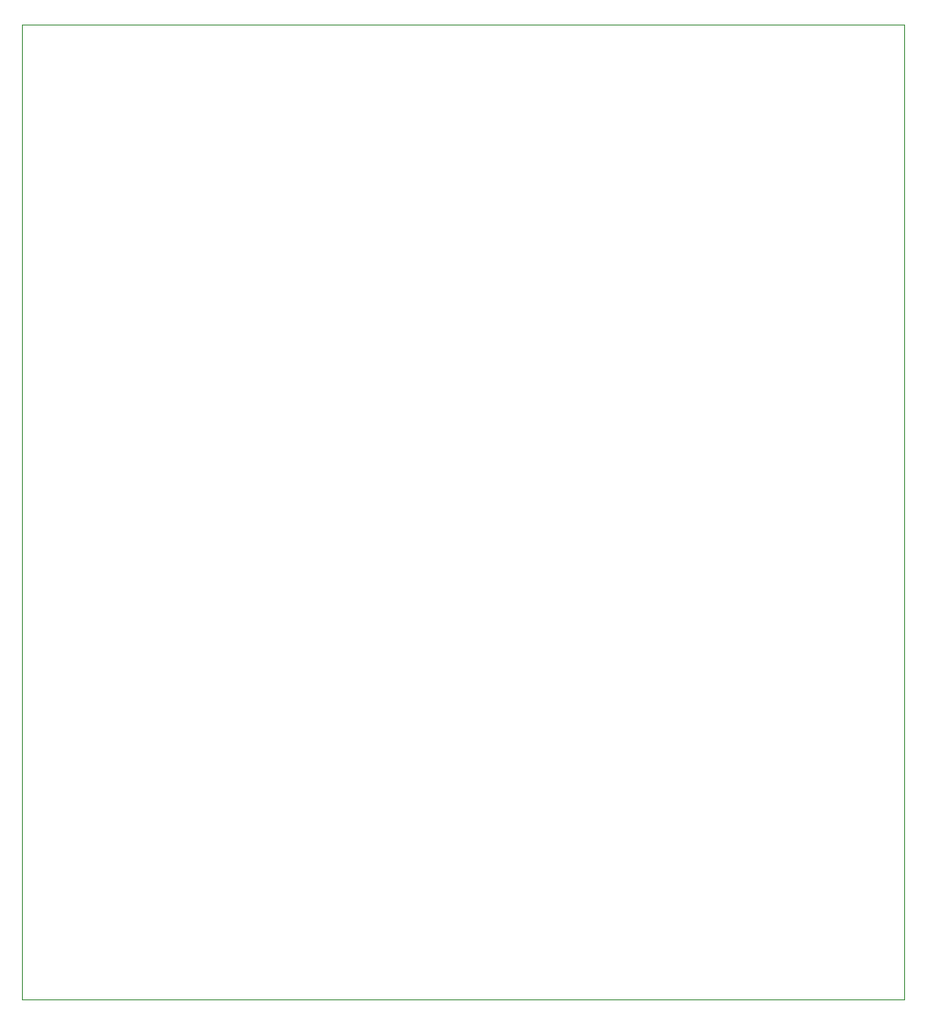
<source format=gbr>
%TF.GenerationSoftware,KiCad,Pcbnew,(6.0.5)*%
%TF.CreationDate,2022-07-08T15:37:02+02:00*%
%TF.ProjectId,i2c_modules,6932635f-6d6f-4647-956c-65732e6b6963,rev?*%
%TF.SameCoordinates,Original*%
%TF.FileFunction,Profile,NP*%
%FSLAX46Y46*%
G04 Gerber Fmt 4.6, Leading zero omitted, Abs format (unit mm)*
G04 Created by KiCad (PCBNEW (6.0.5)) date 2022-07-08 15:37:02*
%MOMM*%
%LPD*%
G01*
G04 APERTURE LIST*
%TA.AperFunction,Profile*%
%ADD10C,0.050000*%
%TD*%
G04 APERTURE END LIST*
D10*
X142240000Y-137160000D02*
X57150000Y-137160000D01*
X57150000Y-43180000D02*
X142240000Y-43180000D01*
X57150000Y-43180000D02*
X57150000Y-137160000D01*
X142240000Y-43180000D02*
X142240000Y-137160000D01*
M02*

</source>
